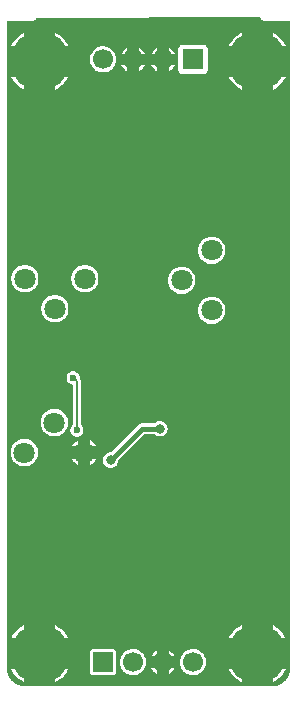
<source format=gbl>
G04 Layer: BottomLayer*
G04 EasyEDA v6.5.22, 2022-11-15 19:49:41*
G04 707d77357ed9460192f0bb31fbe9fbc2,9a5be75d700b4a6385dc1106f27949ae,10*
G04 Gerber Generator version 0.2*
G04 Scale: 100 percent, Rotated: No, Reflected: No *
G04 Dimensions in millimeters *
G04 leading zeros omitted , absolute positions ,4 integer and 5 decimal *
%FSLAX45Y45*%
%MOMM*%

%ADD10C,0.4000*%
%ADD11C,0.2100*%
%ADD12C,1.8000*%
%ADD13R,1.7000X1.7000*%
%ADD14C,1.7000*%
%ADD15C,5.0000*%
%ADD16C,0.6000*%
%ADD17C,0.8000*%
%ADD18C,0.0192*%

%LPD*%
G36*
X1715719Y-14374012D02*
G01*
X1699310Y-14373148D01*
X1684782Y-14370913D01*
X1670507Y-14367306D01*
X1656689Y-14362328D01*
X1643380Y-14355978D01*
X1630781Y-14348358D01*
X1618996Y-14339569D01*
X1608124Y-14329663D01*
X1598320Y-14318742D01*
X1589582Y-14306854D01*
X1582064Y-14294205D01*
X1575816Y-14280896D01*
X1570888Y-14267027D01*
X1567383Y-14252752D01*
X1565249Y-14238173D01*
X1564538Y-14222780D01*
X1564538Y-8750198D01*
X1565300Y-8746286D01*
X1567484Y-8742984D01*
X1570786Y-8740800D01*
X1574698Y-8740038D01*
X1777492Y-8740038D01*
X1785670Y-8739225D01*
X1792986Y-8736990D01*
X1799793Y-8733383D01*
X1806651Y-8727592D01*
X1811883Y-8721293D01*
X1813407Y-8718397D01*
X1815642Y-8715603D01*
X1818741Y-8713724D01*
X1822297Y-8713063D01*
X3699103Y-8706713D01*
X3703320Y-8707628D01*
X3706774Y-8710168D01*
X3712616Y-8721293D01*
X3718407Y-8728151D01*
X3724706Y-8733383D01*
X3731514Y-8736990D01*
X3738829Y-8739225D01*
X3747008Y-8740038D01*
X3949852Y-8740038D01*
X3953713Y-8740800D01*
X3957015Y-8742984D01*
X3959199Y-8746286D01*
X3959961Y-8750198D01*
X3959961Y-14222780D01*
X3959148Y-14239189D01*
X3956913Y-14253718D01*
X3953306Y-14267992D01*
X3948328Y-14281810D01*
X3941978Y-14295119D01*
X3934358Y-14307718D01*
X3925570Y-14319504D01*
X3915664Y-14330375D01*
X3904742Y-14340179D01*
X3892854Y-14348917D01*
X3880205Y-14356435D01*
X3866896Y-14362684D01*
X3853027Y-14367611D01*
X3838752Y-14371116D01*
X3824173Y-14373250D01*
X3808780Y-14374012D01*
G37*

%LPC*%
G36*
X3814368Y-14339468D02*
G01*
X3830828Y-14329968D01*
X3849827Y-14316760D01*
X3867607Y-14302028D01*
X3884117Y-14285874D01*
X3899255Y-14268399D01*
X3912819Y-14249704D01*
X3924808Y-14229943D01*
X3925570Y-14228368D01*
X3814368Y-14228368D01*
G37*
G36*
X1972868Y-14339468D02*
G01*
X1989328Y-14329968D01*
X2008327Y-14316760D01*
X2026107Y-14302028D01*
X2042617Y-14285874D01*
X2057755Y-14268399D01*
X2071319Y-14249704D01*
X2083307Y-14229943D01*
X2084070Y-14228368D01*
X1972868Y-14228368D01*
G37*
G36*
X1710182Y-14339417D02*
G01*
X1710182Y-14228368D01*
X1599133Y-14228368D01*
X1605534Y-14239951D01*
X1618284Y-14259204D01*
X1632661Y-14277289D01*
X1648460Y-14294154D01*
X1665630Y-14309598D01*
X1684070Y-14323568D01*
X1703578Y-14335963D01*
G37*
G36*
X3551682Y-14339417D02*
G01*
X3551682Y-14228368D01*
X3440633Y-14228368D01*
X3447034Y-14239951D01*
X3459784Y-14259204D01*
X3474161Y-14277289D01*
X3489960Y-14294154D01*
X3507130Y-14309598D01*
X3525570Y-14323568D01*
X3545078Y-14335963D01*
G37*
G36*
X2292451Y-14279981D02*
G01*
X2461310Y-14279981D01*
X2467660Y-14279270D01*
X2473096Y-14277340D01*
X2478024Y-14274292D01*
X2482088Y-14270177D01*
X2485186Y-14265300D01*
X2487066Y-14259813D01*
X2487777Y-14253514D01*
X2487777Y-14084655D01*
X2487066Y-14078305D01*
X2485186Y-14072869D01*
X2482088Y-14067942D01*
X2478024Y-14063878D01*
X2473096Y-14060779D01*
X2467660Y-14058849D01*
X2461310Y-14058138D01*
X2292451Y-14058138D01*
X2286152Y-14058849D01*
X2280666Y-14060779D01*
X2275789Y-14063878D01*
X2271674Y-14067942D01*
X2268626Y-14072869D01*
X2266696Y-14078305D01*
X2265984Y-14084655D01*
X2265984Y-14253514D01*
X2266696Y-14259813D01*
X2268626Y-14265300D01*
X2271674Y-14270177D01*
X2275789Y-14274292D01*
X2280666Y-14277340D01*
X2286152Y-14279270D01*
G37*
G36*
X2634437Y-14279880D02*
G01*
X2648610Y-14278559D01*
X2662428Y-14275358D01*
X2675788Y-14270482D01*
X2688386Y-14263878D01*
X2700020Y-14255750D01*
X2710535Y-14246199D01*
X2719781Y-14235379D01*
X2727502Y-14223492D01*
X2733700Y-14210690D01*
X2738170Y-14197177D01*
X2740863Y-14183258D01*
X2741777Y-14169085D01*
X2740863Y-14154912D01*
X2738170Y-14140942D01*
X2733700Y-14127480D01*
X2727502Y-14114678D01*
X2719781Y-14102740D01*
X2710535Y-14091919D01*
X2700020Y-14082369D01*
X2688386Y-14074241D01*
X2675788Y-14067688D01*
X2662428Y-14062760D01*
X2648610Y-14059611D01*
X2634437Y-14058239D01*
X2620264Y-14058696D01*
X2606243Y-14060982D01*
X2592578Y-14064996D01*
X2579624Y-14070736D01*
X2567432Y-14078102D01*
X2556357Y-14086992D01*
X2546451Y-14097203D01*
X2537968Y-14108582D01*
X2531008Y-14120977D01*
X2525674Y-14134134D01*
X2522067Y-14147850D01*
X2520238Y-14161973D01*
X2520238Y-14176197D01*
X2522067Y-14190268D01*
X2525674Y-14204035D01*
X2531008Y-14217192D01*
X2537968Y-14229588D01*
X2546451Y-14240967D01*
X2556357Y-14251178D01*
X2567432Y-14260017D01*
X2579624Y-14267383D01*
X2592578Y-14273123D01*
X2606243Y-14277187D01*
X2620264Y-14279422D01*
G37*
G36*
X3142437Y-14279880D02*
G01*
X3156610Y-14278559D01*
X3170428Y-14275358D01*
X3183788Y-14270482D01*
X3196386Y-14263878D01*
X3208020Y-14255750D01*
X3218535Y-14246199D01*
X3227781Y-14235379D01*
X3235502Y-14223492D01*
X3241700Y-14210690D01*
X3246170Y-14197177D01*
X3248863Y-14183258D01*
X3249777Y-14169085D01*
X3248863Y-14154912D01*
X3246170Y-14140942D01*
X3241700Y-14127480D01*
X3235502Y-14114678D01*
X3227781Y-14102740D01*
X3218535Y-14091919D01*
X3208020Y-14082369D01*
X3196386Y-14074241D01*
X3183788Y-14067688D01*
X3170428Y-14062760D01*
X3156610Y-14059611D01*
X3142437Y-14058239D01*
X3128264Y-14058696D01*
X3114243Y-14060982D01*
X3100578Y-14064996D01*
X3087624Y-14070736D01*
X3075432Y-14078102D01*
X3064357Y-14086992D01*
X3054451Y-14097203D01*
X3045968Y-14108582D01*
X3039008Y-14120977D01*
X3033674Y-14134134D01*
X3030067Y-14147850D01*
X3028238Y-14161973D01*
X3028238Y-14176197D01*
X3030067Y-14190268D01*
X3033674Y-14204035D01*
X3039008Y-14217192D01*
X3045968Y-14229588D01*
X3054451Y-14240967D01*
X3064357Y-14251178D01*
X3075432Y-14260017D01*
X3087624Y-14267383D01*
X3100578Y-14273123D01*
X3114243Y-14277187D01*
X3128264Y-14279422D01*
G37*
G36*
X2836062Y-14268450D02*
G01*
X2836062Y-14217904D01*
X2785414Y-14217904D01*
X2791968Y-14229588D01*
X2800451Y-14240967D01*
X2810357Y-14251178D01*
X2821432Y-14260017D01*
X2833624Y-14267383D01*
G37*
G36*
X2933750Y-14268399D02*
G01*
X2942386Y-14263878D01*
X2954020Y-14255750D01*
X2964535Y-14246199D01*
X2973781Y-14235379D01*
X2981502Y-14223492D01*
X2984195Y-14217904D01*
X2933750Y-14217904D01*
G37*
G36*
X2933750Y-14120215D02*
G01*
X2984195Y-14120215D01*
X2981502Y-14114678D01*
X2973781Y-14102740D01*
X2964535Y-14091919D01*
X2954020Y-14082369D01*
X2942386Y-14074241D01*
X2933750Y-14069720D01*
G37*
G36*
X2785414Y-14120215D02*
G01*
X2836062Y-14120215D01*
X2836062Y-14069669D01*
X2833624Y-14070736D01*
X2821432Y-14078102D01*
X2810357Y-14086992D01*
X2800451Y-14097203D01*
X2791968Y-14108582D01*
G37*
G36*
X1599133Y-13965682D02*
G01*
X1710182Y-13965682D01*
X1710182Y-13854633D01*
X1703578Y-13858087D01*
X1684070Y-13870432D01*
X1665630Y-13884401D01*
X1648460Y-13899896D01*
X1632661Y-13916710D01*
X1618284Y-13934846D01*
X1605534Y-13954099D01*
G37*
G36*
X3440633Y-13965682D02*
G01*
X3551682Y-13965682D01*
X3551682Y-13854633D01*
X3545078Y-13858087D01*
X3525570Y-13870432D01*
X3507130Y-13884401D01*
X3489960Y-13899896D01*
X3474161Y-13916710D01*
X3459784Y-13934846D01*
X3447034Y-13954099D01*
G37*
G36*
X3814368Y-13965682D02*
G01*
X3925570Y-13965682D01*
X3924808Y-13964107D01*
X3912819Y-13944346D01*
X3899255Y-13925651D01*
X3884117Y-13908125D01*
X3867607Y-13891971D01*
X3849827Y-13877239D01*
X3830828Y-13864082D01*
X3814368Y-13854531D01*
G37*
G36*
X1972868Y-13965682D02*
G01*
X2084070Y-13965682D01*
X2083307Y-13964107D01*
X2071319Y-13944346D01*
X2057755Y-13925651D01*
X2042617Y-13908125D01*
X2026107Y-13891971D01*
X2008327Y-13877239D01*
X1989328Y-13864082D01*
X1972868Y-13854531D01*
G37*
G36*
X2438247Y-12523876D02*
G01*
X2448966Y-12523419D01*
X2459228Y-12521336D01*
X2469134Y-12517577D01*
X2478328Y-12512294D01*
X2486507Y-12505588D01*
X2493568Y-12497663D01*
X2499207Y-12488672D01*
X2503373Y-12478918D01*
X2505913Y-12468656D01*
X2506573Y-12460782D01*
X2507437Y-12457328D01*
X2509520Y-12454382D01*
X2723032Y-12240869D01*
X2726283Y-12238685D01*
X2730195Y-12237923D01*
X2806395Y-12237923D01*
X2810205Y-12238634D01*
X2813456Y-12240717D01*
X2815844Y-12243003D01*
X2824581Y-12249048D01*
X2834132Y-12253569D01*
X2844342Y-12256566D01*
X2854858Y-12257836D01*
X2865424Y-12257379D01*
X2875838Y-12255296D01*
X2885744Y-12251537D01*
X2894939Y-12246203D01*
X2903118Y-12239498D01*
X2910179Y-12231573D01*
X2915818Y-12222632D01*
X2919984Y-12212878D01*
X2922524Y-12202566D01*
X2923387Y-12192000D01*
X2922524Y-12181433D01*
X2919984Y-12171121D01*
X2915818Y-12161367D01*
X2910179Y-12152426D01*
X2903118Y-12144502D01*
X2894939Y-12137796D01*
X2885744Y-12132462D01*
X2875838Y-12128703D01*
X2865424Y-12126620D01*
X2854858Y-12126163D01*
X2844342Y-12127433D01*
X2834132Y-12130430D01*
X2824581Y-12134951D01*
X2815844Y-12140996D01*
X2813456Y-12143282D01*
X2810205Y-12145365D01*
X2806395Y-12146076D01*
X2705201Y-12146127D01*
X2696464Y-12147346D01*
X2688437Y-12150039D01*
X2681071Y-12154154D01*
X2674162Y-12159894D01*
X2444750Y-12389307D01*
X2442006Y-12391237D01*
X2438806Y-12392202D01*
X2427732Y-12393523D01*
X2417521Y-12396470D01*
X2407970Y-12401042D01*
X2399233Y-12407036D01*
X2391562Y-12414402D01*
X2385212Y-12422886D01*
X2380284Y-12432233D01*
X2376932Y-12442291D01*
X2375255Y-12452756D01*
X2375255Y-12463373D01*
X2376932Y-12473838D01*
X2380284Y-12483896D01*
X2385212Y-12493294D01*
X2391562Y-12501778D01*
X2399233Y-12509093D01*
X2407970Y-12515138D01*
X2417521Y-12519660D01*
X2427732Y-12522606D01*
G37*
G36*
X1704136Y-12510516D02*
G01*
X1718665Y-12510516D01*
X1733092Y-12508687D01*
X1747215Y-12505080D01*
X1760728Y-12499746D01*
X1773478Y-12492736D01*
X1785264Y-12484150D01*
X1795881Y-12474194D01*
X1805127Y-12462967D01*
X1812950Y-12450724D01*
X1819148Y-12437516D01*
X1823618Y-12423698D01*
X1826361Y-12409424D01*
X1827275Y-12394895D01*
X1826361Y-12380366D01*
X1823618Y-12366040D01*
X1819148Y-12352223D01*
X1812950Y-12339066D01*
X1805127Y-12326772D01*
X1795881Y-12315545D01*
X1785264Y-12305588D01*
X1773478Y-12297003D01*
X1760728Y-12289993D01*
X1747215Y-12284659D01*
X1733092Y-12281052D01*
X1718665Y-12279223D01*
X1704136Y-12279223D01*
X1689658Y-12281052D01*
X1675587Y-12284659D01*
X1662074Y-12289993D01*
X1649323Y-12297003D01*
X1637538Y-12305588D01*
X1626920Y-12315545D01*
X1617624Y-12326772D01*
X1609852Y-12339066D01*
X1603654Y-12352223D01*
X1599133Y-12366040D01*
X1596440Y-12380366D01*
X1595526Y-12394895D01*
X1596440Y-12409424D01*
X1599133Y-12423698D01*
X1603654Y-12437516D01*
X1609852Y-12450724D01*
X1617624Y-12462967D01*
X1626920Y-12474194D01*
X1637538Y-12484150D01*
X1649323Y-12492736D01*
X1662074Y-12499746D01*
X1675587Y-12505080D01*
X1689658Y-12508687D01*
G37*
G36*
X2270760Y-12498628D02*
G01*
X2281478Y-12492736D01*
X2293264Y-12484150D01*
X2303881Y-12474194D01*
X2313127Y-12462967D01*
X2320950Y-12450724D01*
X2323033Y-12446203D01*
X2270760Y-12446203D01*
G37*
G36*
X2168042Y-12498628D02*
G01*
X2168042Y-12446203D01*
X2115718Y-12446203D01*
X2117852Y-12450724D01*
X2125624Y-12462967D01*
X2134920Y-12474194D01*
X2145538Y-12484150D01*
X2157323Y-12492736D01*
G37*
G36*
X2270760Y-12343536D02*
G01*
X2323033Y-12343536D01*
X2320950Y-12339066D01*
X2313127Y-12326772D01*
X2303881Y-12315545D01*
X2293264Y-12305588D01*
X2281478Y-12297003D01*
X2270760Y-12291110D01*
G37*
G36*
X2115718Y-12343536D02*
G01*
X2168042Y-12343536D01*
X2168042Y-12291110D01*
X2157323Y-12297003D01*
X2145538Y-12305588D01*
X2134920Y-12315545D01*
X2125624Y-12326772D01*
X2117852Y-12339066D01*
G37*
G36*
X2155596Y-12260326D02*
G01*
X2165299Y-12259513D01*
X2174697Y-12256973D01*
X2183536Y-12252858D01*
X2191512Y-12247270D01*
X2198370Y-12240412D01*
X2203958Y-12232386D01*
X2208072Y-12223597D01*
X2210612Y-12214199D01*
X2211476Y-12204496D01*
X2210612Y-12194794D01*
X2208072Y-12185345D01*
X2203958Y-12176556D01*
X2198370Y-12168581D01*
X2194966Y-12165126D01*
X2192782Y-12161875D01*
X2192020Y-12157964D01*
X2192020Y-11792864D01*
X2191258Y-11785295D01*
X2189175Y-11778488D01*
X2185822Y-11772188D01*
X2182063Y-11767616D01*
X2180488Y-11764975D01*
X2179777Y-11761978D01*
X2178913Y-11750954D01*
X2176373Y-11741556D01*
X2172258Y-11732768D01*
X2166670Y-11724741D01*
X2159812Y-11717883D01*
X2151837Y-11712295D01*
X2142998Y-11708180D01*
X2133600Y-11705640D01*
X2123897Y-11704828D01*
X2114194Y-11705640D01*
X2104796Y-11708180D01*
X2095957Y-11712295D01*
X2087981Y-11717883D01*
X2081072Y-11724741D01*
X2075535Y-11732768D01*
X2071370Y-11741556D01*
X2068880Y-11750954D01*
X2068017Y-11760657D01*
X2068880Y-11770360D01*
X2071370Y-11779808D01*
X2075535Y-11788597D01*
X2081072Y-11796572D01*
X2087981Y-11803481D01*
X2095957Y-11809069D01*
X2104796Y-11813184D01*
X2111654Y-11815013D01*
X2115566Y-11817045D01*
X2118258Y-11820550D01*
X2119172Y-11824817D01*
X2119172Y-12157964D01*
X2118410Y-12161875D01*
X2116226Y-12165126D01*
X2112822Y-12168581D01*
X2107234Y-12176556D01*
X2103120Y-12185345D01*
X2100580Y-12194794D01*
X2099716Y-12204496D01*
X2100580Y-12214199D01*
X2103120Y-12223597D01*
X2107234Y-12232386D01*
X2112822Y-12240412D01*
X2119680Y-12247270D01*
X2127656Y-12252858D01*
X2136495Y-12256973D01*
X2145893Y-12259513D01*
G37*
G36*
X1958136Y-12256516D02*
G01*
X1972665Y-12256516D01*
X1987092Y-12254687D01*
X2001215Y-12251080D01*
X2014728Y-12245746D01*
X2027478Y-12238736D01*
X2039264Y-12230150D01*
X2049881Y-12220194D01*
X2059127Y-12208967D01*
X2066950Y-12196724D01*
X2073148Y-12183516D01*
X2077618Y-12169698D01*
X2080361Y-12155424D01*
X2081275Y-12140895D01*
X2080361Y-12126366D01*
X2077618Y-12112040D01*
X2073148Y-12098223D01*
X2066950Y-12085066D01*
X2059127Y-12072772D01*
X2049881Y-12061545D01*
X2039264Y-12051588D01*
X2027478Y-12043003D01*
X2014728Y-12035993D01*
X2001215Y-12030659D01*
X1987092Y-12027052D01*
X1972665Y-12025223D01*
X1958136Y-12025223D01*
X1943658Y-12027052D01*
X1929587Y-12030659D01*
X1916074Y-12035993D01*
X1903323Y-12043003D01*
X1891538Y-12051588D01*
X1880920Y-12061545D01*
X1871624Y-12072772D01*
X1863852Y-12085066D01*
X1857654Y-12098223D01*
X1853133Y-12112040D01*
X1850440Y-12126366D01*
X1849526Y-12140895D01*
X1850440Y-12155424D01*
X1853133Y-12169698D01*
X1857654Y-12183516D01*
X1863852Y-12196724D01*
X1871624Y-12208967D01*
X1880920Y-12220194D01*
X1891538Y-12230150D01*
X1903323Y-12238736D01*
X1916074Y-12245746D01*
X1929587Y-12251080D01*
X1943658Y-12254687D01*
G37*
G36*
X3297021Y-11306352D02*
G01*
X3311499Y-11305438D01*
X3325825Y-11302746D01*
X3339642Y-11298224D01*
X3352850Y-11292027D01*
X3365093Y-11284254D01*
X3376320Y-11274958D01*
X3386277Y-11264341D01*
X3394862Y-11252555D01*
X3401872Y-11239804D01*
X3407206Y-11226292D01*
X3410813Y-11212169D01*
X3412642Y-11197742D01*
X3412642Y-11183213D01*
X3410813Y-11168786D01*
X3407206Y-11154664D01*
X3401872Y-11141151D01*
X3394862Y-11128400D01*
X3386277Y-11116614D01*
X3376320Y-11105997D01*
X3365093Y-11096701D01*
X3352850Y-11088928D01*
X3339642Y-11082731D01*
X3325825Y-11078210D01*
X3311499Y-11075517D01*
X3297021Y-11074603D01*
X3282492Y-11075517D01*
X3268167Y-11078210D01*
X3254349Y-11082731D01*
X3241141Y-11088928D01*
X3228898Y-11096701D01*
X3217672Y-11105997D01*
X3207715Y-11116614D01*
X3199130Y-11128400D01*
X3192119Y-11141151D01*
X3186785Y-11154664D01*
X3183178Y-11168786D01*
X3181350Y-11183213D01*
X3181350Y-11197742D01*
X3183178Y-11212169D01*
X3186785Y-11226292D01*
X3192119Y-11239804D01*
X3199130Y-11252555D01*
X3207715Y-11264341D01*
X3217672Y-11274958D01*
X3228898Y-11284254D01*
X3241141Y-11292027D01*
X3254349Y-11298224D01*
X3268167Y-11302746D01*
X3282492Y-11305438D01*
G37*
G36*
X1961235Y-11291671D02*
G01*
X1975764Y-11291671D01*
X1990191Y-11289842D01*
X2004314Y-11286236D01*
X2017826Y-11280851D01*
X2030577Y-11273840D01*
X2042363Y-11265306D01*
X2052980Y-11255349D01*
X2062276Y-11244122D01*
X2070049Y-11231829D01*
X2076246Y-11218672D01*
X2080768Y-11204803D01*
X2083460Y-11190528D01*
X2084374Y-11176000D01*
X2083460Y-11161471D01*
X2080768Y-11147196D01*
X2076246Y-11133328D01*
X2070049Y-11120170D01*
X2062276Y-11107877D01*
X2052980Y-11096650D01*
X2042363Y-11086693D01*
X2030577Y-11078159D01*
X2017826Y-11071148D01*
X2004314Y-11065764D01*
X1990191Y-11062157D01*
X1975764Y-11060328D01*
X1961235Y-11060328D01*
X1946808Y-11062157D01*
X1932686Y-11065764D01*
X1919173Y-11071148D01*
X1906422Y-11078159D01*
X1894636Y-11086693D01*
X1884019Y-11096650D01*
X1874723Y-11107877D01*
X1866950Y-11120170D01*
X1860753Y-11133328D01*
X1856232Y-11147196D01*
X1853539Y-11161471D01*
X1852625Y-11176000D01*
X1853539Y-11190528D01*
X1856232Y-11204803D01*
X1860753Y-11218672D01*
X1866950Y-11231829D01*
X1874723Y-11244122D01*
X1884019Y-11255349D01*
X1894636Y-11265306D01*
X1906422Y-11273840D01*
X1919173Y-11280851D01*
X1932686Y-11286236D01*
X1946808Y-11289842D01*
G37*
G36*
X3043021Y-11052352D02*
G01*
X3057499Y-11051438D01*
X3071825Y-11048746D01*
X3085642Y-11044224D01*
X3098850Y-11038027D01*
X3111093Y-11030254D01*
X3122320Y-11020958D01*
X3132277Y-11010341D01*
X3140862Y-10998555D01*
X3147872Y-10985804D01*
X3153206Y-10972292D01*
X3156813Y-10958169D01*
X3158642Y-10943742D01*
X3158642Y-10929213D01*
X3156813Y-10914786D01*
X3153206Y-10900664D01*
X3147872Y-10887151D01*
X3140862Y-10874400D01*
X3132277Y-10862614D01*
X3122320Y-10851997D01*
X3111093Y-10842701D01*
X3098850Y-10834928D01*
X3085642Y-10828731D01*
X3071825Y-10824210D01*
X3057499Y-10821517D01*
X3043021Y-10820603D01*
X3028492Y-10821517D01*
X3014167Y-10824210D01*
X3000349Y-10828731D01*
X2987141Y-10834928D01*
X2974898Y-10842701D01*
X2963672Y-10851997D01*
X2953715Y-10862614D01*
X2945130Y-10874400D01*
X2938119Y-10887151D01*
X2932785Y-10900664D01*
X2929178Y-10914786D01*
X2927350Y-10929213D01*
X2927350Y-10943742D01*
X2929178Y-10958169D01*
X2932785Y-10972292D01*
X2938119Y-10985804D01*
X2945130Y-10998555D01*
X2953715Y-11010341D01*
X2963672Y-11020958D01*
X2974898Y-11030254D01*
X2987141Y-11038027D01*
X3000349Y-11044224D01*
X3014167Y-11048746D01*
X3028492Y-11051438D01*
G37*
G36*
X1707235Y-11037671D02*
G01*
X1721764Y-11037671D01*
X1736191Y-11035842D01*
X1750314Y-11032236D01*
X1763826Y-11026851D01*
X1776577Y-11019840D01*
X1788363Y-11011306D01*
X1798980Y-11001349D01*
X1808276Y-10990122D01*
X1816049Y-10977829D01*
X1822246Y-10964672D01*
X1826768Y-10950803D01*
X1829460Y-10936528D01*
X1830374Y-10922000D01*
X1829460Y-10907471D01*
X1826768Y-10893196D01*
X1822246Y-10879328D01*
X1816049Y-10866170D01*
X1808276Y-10853877D01*
X1798980Y-10842650D01*
X1788363Y-10832693D01*
X1776577Y-10824159D01*
X1763826Y-10817148D01*
X1750314Y-10811764D01*
X1736191Y-10808157D01*
X1721764Y-10806328D01*
X1707235Y-10806328D01*
X1692808Y-10808157D01*
X1678686Y-10811764D01*
X1665173Y-10817148D01*
X1652422Y-10824159D01*
X1640636Y-10832693D01*
X1630019Y-10842650D01*
X1620723Y-10853877D01*
X1612950Y-10866170D01*
X1606753Y-10879328D01*
X1602232Y-10893196D01*
X1599539Y-10907471D01*
X1598625Y-10922000D01*
X1599539Y-10936528D01*
X1602232Y-10950803D01*
X1606753Y-10964672D01*
X1612950Y-10977829D01*
X1620723Y-10990122D01*
X1630019Y-11001349D01*
X1640636Y-11011306D01*
X1652422Y-11019840D01*
X1665173Y-11026851D01*
X1678686Y-11032236D01*
X1692808Y-11035842D01*
G37*
G36*
X2215235Y-11037671D02*
G01*
X2229764Y-11037671D01*
X2244191Y-11035842D01*
X2258314Y-11032236D01*
X2271826Y-11026851D01*
X2284577Y-11019840D01*
X2296363Y-11011306D01*
X2306980Y-11001349D01*
X2316276Y-10990122D01*
X2324049Y-10977829D01*
X2330246Y-10964672D01*
X2334768Y-10950803D01*
X2337460Y-10936528D01*
X2338374Y-10922000D01*
X2337460Y-10907471D01*
X2334768Y-10893196D01*
X2330246Y-10879328D01*
X2324049Y-10866170D01*
X2316276Y-10853877D01*
X2306980Y-10842650D01*
X2296363Y-10832693D01*
X2284577Y-10824159D01*
X2271826Y-10817148D01*
X2258314Y-10811764D01*
X2244191Y-10808157D01*
X2229764Y-10806328D01*
X2215235Y-10806328D01*
X2200808Y-10808157D01*
X2186686Y-10811764D01*
X2173173Y-10817148D01*
X2160422Y-10824159D01*
X2148636Y-10832693D01*
X2138019Y-10842650D01*
X2128723Y-10853877D01*
X2120950Y-10866170D01*
X2114753Y-10879328D01*
X2110232Y-10893196D01*
X2107539Y-10907471D01*
X2106625Y-10922000D01*
X2107539Y-10936528D01*
X2110232Y-10950803D01*
X2114753Y-10964672D01*
X2120950Y-10977829D01*
X2128723Y-10990122D01*
X2138019Y-11001349D01*
X2148636Y-11011306D01*
X2160422Y-11019840D01*
X2173173Y-11026851D01*
X2186686Y-11032236D01*
X2200808Y-11035842D01*
G37*
G36*
X3297021Y-10798352D02*
G01*
X3311499Y-10797438D01*
X3325825Y-10794746D01*
X3339642Y-10790224D01*
X3352850Y-10784027D01*
X3365093Y-10776254D01*
X3376320Y-10766958D01*
X3386277Y-10756341D01*
X3394862Y-10744555D01*
X3401872Y-10731804D01*
X3407206Y-10718292D01*
X3410813Y-10704169D01*
X3412642Y-10689742D01*
X3412642Y-10675213D01*
X3410813Y-10660786D01*
X3407206Y-10646664D01*
X3401872Y-10633151D01*
X3394862Y-10620400D01*
X3386277Y-10608614D01*
X3376320Y-10597997D01*
X3365093Y-10588701D01*
X3352850Y-10580928D01*
X3339642Y-10574731D01*
X3325825Y-10570210D01*
X3311499Y-10567517D01*
X3297021Y-10566603D01*
X3282492Y-10567517D01*
X3268167Y-10570210D01*
X3254349Y-10574731D01*
X3241141Y-10580928D01*
X3228898Y-10588701D01*
X3217672Y-10597997D01*
X3207715Y-10608614D01*
X3199130Y-10620400D01*
X3192119Y-10633151D01*
X3186785Y-10646664D01*
X3183178Y-10660786D01*
X3181350Y-10675213D01*
X3181350Y-10689742D01*
X3183178Y-10704169D01*
X3186785Y-10718292D01*
X3192119Y-10731804D01*
X3199130Y-10744555D01*
X3207715Y-10756341D01*
X3217672Y-10766958D01*
X3228898Y-10776254D01*
X3241141Y-10784027D01*
X3254349Y-10790224D01*
X3268167Y-10794746D01*
X3282492Y-10797438D01*
G37*
G36*
X3814368Y-9322968D02*
G01*
X3830828Y-9313468D01*
X3849827Y-9300260D01*
X3867607Y-9285528D01*
X3884117Y-9269374D01*
X3899255Y-9251899D01*
X3912819Y-9233204D01*
X3924808Y-9213443D01*
X3925570Y-9211868D01*
X3814368Y-9211868D01*
G37*
G36*
X1972868Y-9322968D02*
G01*
X1989328Y-9313468D01*
X2008327Y-9300260D01*
X2026107Y-9285528D01*
X2042617Y-9269374D01*
X2057755Y-9251899D01*
X2071319Y-9233204D01*
X2083307Y-9213443D01*
X2084070Y-9211868D01*
X1972868Y-9211868D01*
G37*
G36*
X1710182Y-9322917D02*
G01*
X1710182Y-9211868D01*
X1599133Y-9211868D01*
X1605534Y-9223451D01*
X1618284Y-9242704D01*
X1632661Y-9260789D01*
X1648460Y-9277654D01*
X1665630Y-9293098D01*
X1684070Y-9307068D01*
X1703578Y-9319463D01*
G37*
G36*
X3551682Y-9322917D02*
G01*
X3551682Y-9211868D01*
X3440633Y-9211868D01*
X3447034Y-9223451D01*
X3459784Y-9242704D01*
X3474161Y-9260789D01*
X3489960Y-9277654D01*
X3507130Y-9293098D01*
X3525570Y-9307068D01*
X3545078Y-9319463D01*
G37*
G36*
X3054400Y-9191701D02*
G01*
X3223412Y-9191701D01*
X3231794Y-9190888D01*
X3239363Y-9188551D01*
X3246374Y-9184843D01*
X3252520Y-9179814D01*
X3257550Y-9173667D01*
X3261258Y-9166656D01*
X3263595Y-9159087D01*
X3264408Y-9150705D01*
X3264408Y-8981694D01*
X3263595Y-8973312D01*
X3261258Y-8965692D01*
X3257550Y-8958681D01*
X3252520Y-8952585D01*
X3246374Y-8947556D01*
X3239363Y-8943797D01*
X3231794Y-8941511D01*
X3223412Y-8940698D01*
X3054400Y-8940698D01*
X3046018Y-8941511D01*
X3038398Y-8943797D01*
X3031439Y-8947556D01*
X3025292Y-8952585D01*
X3020263Y-8958681D01*
X3016504Y-8965692D01*
X3014218Y-8973312D01*
X3013405Y-8981694D01*
X3013405Y-9150705D01*
X3014218Y-9159087D01*
X3016504Y-9166656D01*
X3020263Y-9173667D01*
X3025292Y-9179814D01*
X3031439Y-9184843D01*
X3038398Y-9188551D01*
X3046018Y-9190888D01*
G37*
G36*
X2373325Y-9177020D02*
G01*
X2387549Y-9176562D01*
X2401570Y-9174276D01*
X2415184Y-9170263D01*
X2428189Y-9164472D01*
X2440330Y-9157106D01*
X2451455Y-9148267D01*
X2461310Y-9138056D01*
X2469845Y-9126677D01*
X2476804Y-9114282D01*
X2482138Y-9101124D01*
X2485745Y-9087358D01*
X2487574Y-9073286D01*
X2487574Y-9059062D01*
X2485745Y-9044990D01*
X2482138Y-9031224D01*
X2476804Y-9018066D01*
X2469845Y-9005671D01*
X2461310Y-8994292D01*
X2451455Y-8984081D01*
X2440330Y-8975242D01*
X2428189Y-8967876D01*
X2415184Y-8962136D01*
X2401570Y-8958072D01*
X2387549Y-8955786D01*
X2373325Y-8955328D01*
X2359202Y-8956700D01*
X2345334Y-8959900D01*
X2332024Y-8964777D01*
X2319426Y-8971381D01*
X2307742Y-8979509D01*
X2297226Y-8989060D01*
X2288032Y-8999880D01*
X2280259Y-9011767D01*
X2274112Y-9024569D01*
X2269642Y-9038031D01*
X2266899Y-9052001D01*
X2265984Y-9066174D01*
X2266899Y-9080347D01*
X2269642Y-9094317D01*
X2274112Y-9107779D01*
X2280259Y-9120581D01*
X2288032Y-9132519D01*
X2297226Y-9143339D01*
X2307742Y-9152890D01*
X2319426Y-9161018D01*
X2332024Y-9167571D01*
X2345334Y-9172498D01*
X2359202Y-9175648D01*
G37*
G36*
X2679750Y-9165590D02*
G01*
X2682189Y-9164472D01*
X2694330Y-9157106D01*
X2705455Y-9148267D01*
X2715310Y-9138056D01*
X2723845Y-9126677D01*
X2730398Y-9115044D01*
X2679750Y-9115044D01*
G37*
G36*
X2933750Y-9165590D02*
G01*
X2936189Y-9164472D01*
X2948330Y-9157106D01*
X2959455Y-9148267D01*
X2969310Y-9138056D01*
X2977845Y-9126677D01*
X2984398Y-9115044D01*
X2933750Y-9115044D01*
G37*
G36*
X2836062Y-9165488D02*
G01*
X2836062Y-9115044D01*
X2785618Y-9115044D01*
X2788259Y-9120581D01*
X2796032Y-9132519D01*
X2805226Y-9143339D01*
X2815742Y-9152890D01*
X2827426Y-9161018D01*
G37*
G36*
X2582062Y-9165488D02*
G01*
X2582062Y-9115044D01*
X2531618Y-9115044D01*
X2534259Y-9120581D01*
X2542032Y-9132519D01*
X2551226Y-9143339D01*
X2561742Y-9152890D01*
X2573426Y-9161018D01*
G37*
G36*
X2785618Y-9017355D02*
G01*
X2836062Y-9017355D01*
X2836062Y-8966860D01*
X2827426Y-8971381D01*
X2815742Y-8979509D01*
X2805226Y-8989060D01*
X2796032Y-8999880D01*
X2788259Y-9011767D01*
G37*
G36*
X2531618Y-9017355D02*
G01*
X2582062Y-9017355D01*
X2582062Y-8966860D01*
X2573426Y-8971381D01*
X2561742Y-8979509D01*
X2551226Y-8989060D01*
X2542032Y-8999880D01*
X2534259Y-9011767D01*
G37*
G36*
X2933750Y-9017355D02*
G01*
X2984398Y-9017355D01*
X2977845Y-9005671D01*
X2969310Y-8994292D01*
X2959455Y-8984081D01*
X2948330Y-8975242D01*
X2936189Y-8967876D01*
X2933750Y-8966809D01*
G37*
G36*
X2679750Y-9017355D02*
G01*
X2730398Y-9017355D01*
X2723845Y-9005671D01*
X2715310Y-8994292D01*
X2705455Y-8984081D01*
X2694330Y-8975242D01*
X2682189Y-8967876D01*
X2679750Y-8966809D01*
G37*
G36*
X1599133Y-8949182D02*
G01*
X1710182Y-8949182D01*
X1710182Y-8838133D01*
X1703578Y-8841587D01*
X1684070Y-8853932D01*
X1665630Y-8867902D01*
X1648460Y-8883396D01*
X1632661Y-8900210D01*
X1618284Y-8918346D01*
X1605534Y-8937599D01*
G37*
G36*
X3440633Y-8949182D02*
G01*
X3551682Y-8949182D01*
X3551682Y-8838133D01*
X3545078Y-8841587D01*
X3525570Y-8853932D01*
X3507130Y-8867902D01*
X3489960Y-8883396D01*
X3474161Y-8900210D01*
X3459784Y-8918346D01*
X3447034Y-8937599D01*
G37*
G36*
X3814368Y-8949182D02*
G01*
X3925570Y-8949182D01*
X3924808Y-8947607D01*
X3912819Y-8927846D01*
X3899255Y-8909151D01*
X3884117Y-8891625D01*
X3867607Y-8875471D01*
X3849827Y-8860739D01*
X3830828Y-8847582D01*
X3814368Y-8838031D01*
G37*
G36*
X1972868Y-8949182D02*
G01*
X2084070Y-8949182D01*
X2083307Y-8947607D01*
X2071319Y-8927846D01*
X2057755Y-8909151D01*
X2042617Y-8891625D01*
X2026107Y-8875471D01*
X2008327Y-8860739D01*
X1989328Y-8847582D01*
X1972868Y-8838031D01*
G37*

%LPD*%
D10*
X2440894Y-12458075D02*
G01*
X2706969Y-12192000D01*
X2857500Y-12192000D01*
D11*
X2123894Y-11760677D02*
G01*
X2155596Y-11792379D01*
X2155596Y-12204476D01*
D12*
G01*
X1711401Y-12394869D03*
G01*
X1965401Y-12140869D03*
G01*
X2219401Y-12394869D03*
G01*
X2222500Y-10922000D03*
G01*
X1968500Y-11176000D03*
G01*
X1714500Y-10922000D03*
G01*
X3296996Y-11190478D03*
G01*
X3042996Y-10936478D03*
G01*
X3296996Y-10682478D03*
D13*
G01*
X2376881Y-14169059D03*
D14*
G01*
X2630881Y-14169059D03*
G01*
X2884881Y-14169059D03*
G01*
X3138881Y-14169059D03*
D13*
G01*
X3138881Y-9066174D03*
D14*
G01*
X2884881Y-9066174D03*
G01*
X2630881Y-9066174D03*
G01*
X2376881Y-9066174D03*
D15*
G01*
X3683000Y-9080500D03*
G01*
X1841500Y-9080500D03*
G01*
X1841500Y-14097000D03*
G01*
X3683000Y-14097000D03*
D16*
G01*
X2603500Y-9334500D03*
G01*
X3391890Y-9922078D03*
G01*
X2028799Y-10017175D03*
G01*
X2314092Y-9953777D03*
G01*
X2662793Y-10334180D03*
G01*
X3106597Y-11792381D03*
G01*
X1933702Y-11760682D03*
G01*
X2821294Y-13250572D03*
G01*
X3613784Y-13187171D03*
G01*
X3556076Y-11557025D03*
G01*
X2757881Y-11665585D03*
G01*
X2535986Y-12077674D03*
G01*
X2377495Y-13377372D03*
G01*
X2123894Y-11760677D03*
G01*
X2155596Y-12204476D03*
D17*
G01*
X2440894Y-12458075D03*
G01*
X2857500Y-12192000D03*
D16*
G01*
X2757893Y-11380276D03*
G01*
X2757893Y-11031578D03*
G01*
X2345794Y-10619478D03*
G01*
X2567693Y-10841377D03*
G01*
X2789595Y-11982577D03*
G01*
X3011495Y-12331275D03*
G01*
X3138294Y-12838473D03*
G01*
X3632332Y-11292078D03*
G01*
X3645491Y-10682879D03*
G01*
X3899093Y-10682879D03*
G01*
X3867391Y-11348577D03*
G01*
X3803992Y-11665577D03*
G01*
X3550391Y-11824075D03*
G01*
X3391893Y-12362975D03*
G01*
X3772293Y-12362975D03*
G01*
X3613792Y-10936478D03*
G01*
X2286000Y-9271000D03*
G01*
X2032000Y-9398000D03*
G01*
X1968500Y-9652000D03*
G01*
X1806897Y-9858679D03*
G01*
X2159000Y-10350500D03*
G01*
X3138294Y-12553175D03*
G01*
X3360193Y-12679974D03*
M02*

</source>
